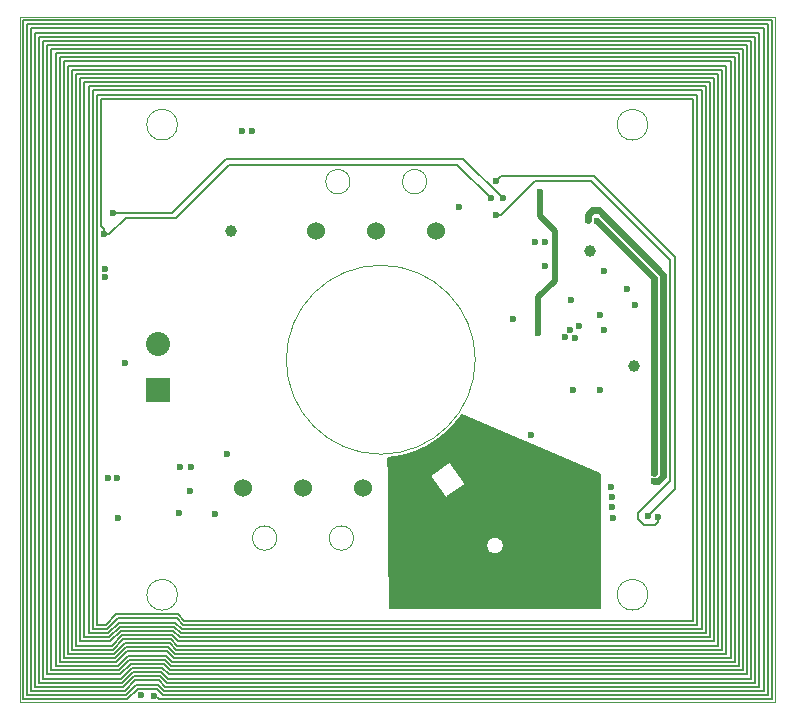
<source format=gbr>
%TF.GenerationSoftware,KiCad,Pcbnew,(5.1.5)-3*%
%TF.CreationDate,2020-08-29T16:52:29-07:00*%
%TF.ProjectId,ypanel,7970616e-656c-42e6-9b69-6361645f7063,rev?*%
%TF.SameCoordinates,Original*%
%TF.FileFunction,Copper,L5,Inr*%
%TF.FilePolarity,Positive*%
%FSLAX46Y46*%
G04 Gerber Fmt 4.6, Leading zero omitted, Abs format (unit mm)*
G04 Created by KiCad (PCBNEW (5.1.5)-3) date 2020-08-29 16:52:29*
%MOMM*%
%LPD*%
G04 APERTURE LIST*
%ADD10C,0.100000*%
%ADD11C,0.050000*%
%ADD12C,2.032000*%
%ADD13R,2.032000X2.032000*%
%ADD14C,1.000000*%
%ADD15C,1.524000*%
%ADD16C,0.600000*%
%ADD17C,0.500000*%
%ADD18C,0.127000*%
%ADD19C,0.190000*%
%ADD20C,0.320000*%
%ADD21C,0.600000*%
%ADD22C,0.160000*%
G04 APERTURE END LIST*
D10*
X151587000Y-99000001D02*
G75*
G03X151587000Y-99000001I-8000000J0D01*
G01*
X134779564Y-114100000D02*
G75*
G03X134779564Y-114100000I-1029564J0D01*
G01*
X141279564Y-114100000D02*
G75*
G03X141279564Y-114100000I-1029564J0D01*
G01*
X126375000Y-118900000D02*
G75*
G03X126375000Y-118900000I-1300000J0D01*
G01*
X140979564Y-83920436D02*
G75*
G03X140979564Y-83920436I-1029564J0D01*
G01*
X147479564Y-83920436D02*
G75*
G03X147479564Y-83920436I-1029564J0D01*
G01*
X176975000Y-70000000D02*
X176975000Y-128000000D01*
X166200000Y-118900000D02*
G75*
G03X166200000Y-118900000I-1300000J0D01*
G01*
D11*
X126372800Y-79100000D02*
G75*
G03X126372800Y-79100000I-1300000J0D01*
G01*
D10*
X166195000Y-79102480D02*
G75*
G03X166195000Y-79102480I-1300000J0D01*
G01*
X176975000Y-70000000D02*
X113000000Y-70000000D01*
X113000000Y-128000000D02*
X176975000Y-128000000D01*
X113000000Y-70000000D02*
X113000000Y-128000000D01*
D12*
X124764800Y-97691060D03*
D13*
X124764800Y-101546660D03*
D14*
X161267720Y-89773460D03*
X130873500Y-88138000D03*
X165036500Y-99568000D03*
D15*
X142080000Y-109900000D03*
X137000000Y-109900000D03*
X131920000Y-109900000D03*
X148300000Y-88100000D03*
X143200000Y-88100000D03*
X138100000Y-88100000D03*
D16*
X150197820Y-86072980D03*
X159634500Y-96507000D03*
X160350000Y-96150000D03*
X159200000Y-97050000D03*
X160050000Y-97150000D03*
X163220400Y-112369600D03*
X165100000Y-94350000D03*
X121900000Y-99250000D03*
X130558000Y-106991000D03*
X131800000Y-79600000D03*
X132650000Y-79600000D03*
X120200000Y-91300000D03*
X120200000Y-92000000D03*
X120500000Y-109000000D03*
X121250000Y-109000000D03*
X152146000Y-107950000D03*
X145923000Y-109982000D03*
X146939000Y-111252000D03*
X149987000Y-111887000D03*
X150749000Y-113030000D03*
X151765000Y-110744000D03*
X152527000Y-111887000D03*
X152019000Y-109347000D03*
X148590000Y-111760000D03*
X151130000Y-106934000D03*
X149225000Y-113284000D03*
X147447000Y-112903000D03*
X152908000Y-110236000D03*
X153162000Y-108712000D03*
X126492000Y-112014000D03*
X127532575Y-108101584D03*
X162149946Y-95220946D03*
X159829500Y-101536494D03*
X157483120Y-91084100D03*
X163200000Y-111500000D03*
X156301440Y-105384600D03*
X126600000Y-108077020D03*
X157050000Y-84800000D03*
X156876844Y-96740660D03*
X162450000Y-91500000D03*
X154750000Y-95550000D03*
X163200000Y-110650000D03*
X129550000Y-112050000D03*
X127400000Y-110150000D03*
X163100000Y-109750000D03*
X166200000Y-112250000D03*
X153340597Y-83865157D03*
X161100000Y-87150000D03*
X166700000Y-109300000D03*
X166700000Y-108550000D03*
X161870307Y-87229693D03*
X167100000Y-112300000D03*
X153339000Y-86767200D03*
X124400000Y-127450000D03*
X123250000Y-127400000D03*
X121300000Y-112395000D03*
X120142000Y-88392000D03*
X120950000Y-86550000D03*
X152894500Y-85332100D03*
X153897800Y-85332100D03*
X162115500Y-101600000D03*
X162496500Y-96520000D03*
X159670844Y-93971156D03*
X164401500Y-93027500D03*
X156641703Y-89002155D03*
X157504833Y-89002155D03*
D17*
X158300000Y-92300000D02*
X156876844Y-93723156D01*
X156876844Y-93723156D02*
X156876844Y-96740660D01*
X158300000Y-88100000D02*
X158300000Y-92300000D01*
X157050000Y-86850000D02*
X158300000Y-88100000D01*
X157050000Y-84800000D02*
X157050000Y-86850000D01*
D18*
X153340597Y-83865157D02*
X153640596Y-83565158D01*
D19*
X166200000Y-112250000D02*
X168500000Y-109950000D01*
X168500000Y-109950000D02*
X168500000Y-90300000D01*
X168500000Y-90300000D02*
X161650000Y-83450000D01*
X153755754Y-83450000D02*
X153340597Y-83865157D01*
X161650000Y-83450000D02*
X153755754Y-83450000D01*
D20*
X166700000Y-109300000D02*
X166818762Y-109300000D01*
D21*
X161100000Y-87150000D02*
X161100000Y-86725736D01*
X167052000Y-109300000D02*
X166700000Y-109300000D01*
X167478011Y-91809249D02*
X167478011Y-108873989D01*
X162028762Y-86360000D02*
X167478011Y-91809249D01*
X167478011Y-108873989D02*
X167052000Y-109300000D01*
X161465736Y-86360000D02*
X162028762Y-86360000D01*
X161100000Y-86725736D02*
X161465736Y-86360000D01*
D20*
X166700000Y-108534000D02*
X166700000Y-108550000D01*
D21*
X166751000Y-92110386D02*
X161870307Y-87229693D01*
X166700000Y-108550000D02*
X166751000Y-108499000D01*
X166751000Y-108499000D02*
X166751000Y-92110386D01*
D19*
X165400000Y-111944227D02*
X168035010Y-109309225D01*
X165900000Y-113000000D02*
X165400000Y-112500000D01*
X168035010Y-90585010D02*
X161350000Y-83900000D01*
X168035010Y-109309225D02*
X168035010Y-90585010D01*
X166824264Y-113000000D02*
X165900000Y-113000000D01*
X167100000Y-112724264D02*
X166824264Y-113000000D01*
X153782800Y-86767200D02*
X153339000Y-86767200D01*
X156650000Y-83900000D02*
X153782800Y-86767200D01*
X165400000Y-112500000D02*
X165400000Y-111944227D01*
X161350000Y-83900000D02*
X156650000Y-83900000D01*
X167100000Y-112300000D02*
X167100000Y-112724264D01*
X121450000Y-72000000D02*
X121500000Y-72000000D01*
X129550000Y-73050000D02*
X129650000Y-73050000D01*
X119450000Y-73400000D02*
X120100000Y-73400000D01*
X174950000Y-126000000D02*
X125550000Y-126000000D01*
X125000000Y-125450000D02*
X122600000Y-125450000D01*
X125550000Y-126000000D02*
X125000000Y-125450000D01*
X174950000Y-72000000D02*
X174950000Y-126000000D01*
X121450000Y-72000000D02*
X174950000Y-72000000D01*
X125450000Y-126350000D02*
X175300000Y-126350000D01*
X114650000Y-71650000D02*
X114650000Y-126350000D01*
X124900000Y-125800000D02*
X125450000Y-126350000D01*
X114300000Y-71300000D02*
X114300000Y-126700000D01*
X175300000Y-71650000D02*
X114650000Y-71650000D01*
X175650000Y-71300000D02*
X114300000Y-71300000D01*
X114300000Y-126700000D02*
X121800000Y-126700000D01*
X125350000Y-126700000D02*
X175650000Y-126700000D01*
X175300000Y-126350000D02*
X175300000Y-71650000D01*
X121900000Y-127050000D02*
X122800000Y-126150000D01*
X113950000Y-70950000D02*
X113950000Y-127050000D01*
X121800000Y-126700000D02*
X122700000Y-125800000D01*
X176000000Y-70950000D02*
X113950000Y-70950000D01*
X124700000Y-126500000D02*
X125250000Y-127050000D01*
X122800000Y-126150000D02*
X124800000Y-126150000D01*
X122900000Y-126500000D02*
X124700000Y-126500000D01*
X113600000Y-127400000D02*
X122000000Y-127400000D01*
X176000000Y-127050000D02*
X176000000Y-70950000D01*
X176702990Y-127697010D02*
X176702990Y-126802990D01*
X122000000Y-127400000D02*
X122900000Y-126500000D01*
X113600000Y-70600000D02*
X113600000Y-127400000D01*
X176350000Y-70600000D02*
X113600000Y-70600000D01*
X175650000Y-126700000D02*
X175650000Y-71300000D01*
X176350000Y-127400000D02*
X176350000Y-70600000D01*
X124600000Y-126850000D02*
X125150000Y-127400000D01*
X122122010Y-127727990D02*
X123000000Y-126850000D01*
X125250000Y-127050000D02*
X176000000Y-127050000D01*
X122700000Y-125800000D02*
X124900000Y-125800000D01*
X113272010Y-127727990D02*
X122122010Y-127727990D01*
X176702990Y-126802990D02*
X176700000Y-126800000D01*
X123000000Y-126850000D02*
X124600000Y-126850000D01*
X124777990Y-127727990D02*
X176622010Y-127727990D01*
X113272010Y-70272010D02*
X113272010Y-127727990D01*
X176700000Y-126800000D02*
X176700000Y-70272010D01*
X124400000Y-127450000D02*
X124500000Y-127450000D01*
X176622010Y-127727990D02*
X176652990Y-127697010D01*
X124500000Y-127450000D02*
X124777990Y-127727990D01*
X176700000Y-70272010D02*
X113272010Y-70272010D01*
X124800000Y-126150000D02*
X125350000Y-126700000D01*
X125150000Y-127400000D02*
X176350000Y-127400000D01*
X113950000Y-127050000D02*
X121900000Y-127050000D01*
X176652990Y-127697010D02*
X176702990Y-127697010D01*
X121700000Y-126350000D02*
X122600000Y-125450000D01*
X114650000Y-126350000D02*
X121700000Y-126350000D01*
X173550000Y-73400000D02*
X119450000Y-73400000D01*
X173550000Y-124600000D02*
X173550000Y-73400000D01*
X125950000Y-124600000D02*
X173550000Y-124600000D01*
X116050000Y-124950000D02*
X121300000Y-124950000D01*
X121300000Y-124950000D02*
X122200000Y-124050000D01*
X125400000Y-124050000D02*
X125950000Y-124600000D01*
X122200000Y-124050000D02*
X125400000Y-124050000D01*
X116050000Y-73050000D02*
X116050000Y-124950000D01*
X129650000Y-73050000D02*
X116050000Y-73050000D01*
X122500000Y-125100000D02*
X121600000Y-126000000D01*
X125100000Y-125100000D02*
X122500000Y-125100000D01*
X122400000Y-124750000D02*
X121500000Y-125650000D01*
X125200000Y-124750000D02*
X122400000Y-124750000D01*
X125650000Y-125650000D02*
X125100000Y-125100000D01*
X125750000Y-125300000D02*
X125200000Y-124750000D01*
X173900000Y-73050000D02*
X173900000Y-124950000D01*
X174250000Y-125300000D02*
X125750000Y-125300000D01*
X115700000Y-72700000D02*
X174250000Y-72700000D01*
X115700000Y-125300000D02*
X115700000Y-72700000D01*
X121400000Y-125300000D02*
X115700000Y-125300000D01*
X121600000Y-126000000D02*
X115000000Y-126000000D01*
X115350000Y-72350000D02*
X174600000Y-72350000D01*
X174250000Y-72700000D02*
X174250000Y-125300000D01*
X115350000Y-125650000D02*
X115350000Y-72350000D01*
X122300000Y-124400000D02*
X121400000Y-125300000D01*
X125300000Y-124400000D02*
X122300000Y-124400000D01*
X174600000Y-72350000D02*
X174600000Y-125650000D01*
X125850000Y-124950000D02*
X125300000Y-124400000D01*
X173900000Y-124950000D02*
X125850000Y-124950000D01*
X115000000Y-126000000D02*
X115000000Y-72000000D01*
X174600000Y-125650000D02*
X125650000Y-125650000D01*
X121500000Y-125650000D02*
X115350000Y-125650000D01*
X115000000Y-72000000D02*
X121450000Y-72000000D01*
X129650000Y-73050000D02*
X173900000Y-73050000D01*
X120142000Y-87892000D02*
X120142000Y-88392000D01*
X119900000Y-87650000D02*
X120142000Y-87892000D01*
X119900000Y-76900000D02*
X119900000Y-87650000D01*
X126950000Y-121100000D02*
X170050000Y-121100000D01*
X119550000Y-121450000D02*
X120300000Y-121450000D01*
X119550000Y-76550000D02*
X119550000Y-121450000D01*
X170050000Y-121100000D02*
X170050000Y-76900000D01*
X170400000Y-76550000D02*
X119550000Y-76550000D01*
X170400000Y-121450000D02*
X170400000Y-76550000D01*
X119200000Y-76200000D02*
X119200000Y-121800000D01*
X170750000Y-76200000D02*
X119200000Y-76200000D01*
X170750000Y-121800000D02*
X170750000Y-76200000D01*
X120500000Y-122150000D02*
X121400000Y-121250000D01*
X118850000Y-75850000D02*
X118850000Y-122150000D01*
X126400000Y-120550000D02*
X126950000Y-121100000D01*
X171100000Y-75850000D02*
X118850000Y-75850000D01*
X171100000Y-122150000D02*
X171100000Y-75850000D01*
X121500000Y-121600000D02*
X126100000Y-121600000D01*
X126850000Y-121450000D02*
X170400000Y-121450000D01*
X171450000Y-75500000D02*
X118500000Y-75500000D01*
X171450000Y-122500000D02*
X171450000Y-75500000D01*
X126000000Y-121950000D02*
X126550000Y-122500000D01*
X118150000Y-75150000D02*
X118150000Y-122850000D01*
X120800000Y-123200000D02*
X121700000Y-122300000D01*
X126450000Y-122850000D02*
X171800000Y-122850000D01*
X126300000Y-120900000D02*
X126850000Y-121450000D01*
X120600000Y-122500000D02*
X121500000Y-121600000D01*
X117800000Y-74800000D02*
X117800000Y-123200000D01*
X172850000Y-123900000D02*
X172850000Y-74100000D01*
X125900000Y-122300000D02*
X126450000Y-122850000D01*
X126750000Y-121800000D02*
X170750000Y-121800000D01*
X117800000Y-123200000D02*
X120800000Y-123200000D01*
X121700000Y-122300000D02*
X125900000Y-122300000D01*
X120400000Y-121800000D02*
X121300000Y-120900000D01*
X125600000Y-123350000D02*
X126150000Y-123900000D01*
X171800000Y-75150000D02*
X118150000Y-75150000D01*
X126650000Y-122150000D02*
X171100000Y-122150000D01*
X172150000Y-123200000D02*
X172150000Y-74800000D01*
X126550000Y-122500000D02*
X171450000Y-122500000D01*
X117100000Y-74100000D02*
X117100000Y-123900000D01*
X172150000Y-74800000D02*
X117800000Y-74800000D01*
X126350000Y-123200000D02*
X172150000Y-123200000D01*
X121100000Y-124250000D02*
X122000000Y-123350000D01*
X121800000Y-122650000D02*
X125800000Y-122650000D01*
X120900000Y-123550000D02*
X121800000Y-122650000D01*
X117450000Y-123550000D02*
X120900000Y-123550000D01*
X117450000Y-74450000D02*
X117450000Y-123550000D01*
X172500000Y-74450000D02*
X117450000Y-74450000D01*
X121000000Y-123900000D02*
X121900000Y-123000000D01*
X121900000Y-123000000D02*
X125700000Y-123000000D01*
X125500000Y-123700000D02*
X126050000Y-124250000D01*
X117100000Y-123900000D02*
X121000000Y-123900000D01*
X121300000Y-120900000D02*
X126300000Y-120900000D01*
X121600000Y-121950000D02*
X126000000Y-121950000D01*
X126150000Y-123900000D02*
X172850000Y-123900000D01*
X126050000Y-124250000D02*
X173200000Y-124250000D01*
X125700000Y-123000000D02*
X126250000Y-123550000D01*
X118500000Y-75500000D02*
X118500000Y-122500000D01*
X116400000Y-124600000D02*
X121200000Y-124600000D01*
X118500000Y-122500000D02*
X120600000Y-122500000D01*
X122000000Y-123350000D02*
X125600000Y-123350000D01*
X120300000Y-121450000D02*
X121200000Y-120550000D01*
X119200000Y-121800000D02*
X120400000Y-121800000D01*
X121200000Y-124600000D02*
X122100000Y-123700000D01*
X125800000Y-122650000D02*
X126350000Y-123200000D01*
X116750000Y-124250000D02*
X121100000Y-124250000D01*
X172500000Y-123550000D02*
X172500000Y-74450000D01*
X116750000Y-73750000D02*
X116750000Y-124250000D01*
X126250000Y-123550000D02*
X172500000Y-123550000D01*
X118150000Y-122850000D02*
X120700000Y-122850000D01*
X119450000Y-73400000D02*
X116400000Y-73400000D01*
X172850000Y-74100000D02*
X117100000Y-74100000D01*
X126100000Y-121600000D02*
X126650000Y-122150000D01*
X122100000Y-123700000D02*
X125500000Y-123700000D01*
X121200000Y-120550000D02*
X126400000Y-120550000D01*
X120700000Y-122850000D02*
X121600000Y-121950000D01*
X118850000Y-122150000D02*
X120500000Y-122150000D01*
X173200000Y-73750000D02*
X116750000Y-73750000D01*
X121400000Y-121250000D02*
X126200000Y-121250000D01*
X173200000Y-124250000D02*
X173200000Y-73750000D01*
X171800000Y-122850000D02*
X171800000Y-75150000D01*
X170050000Y-76900000D02*
X119900000Y-76900000D01*
X126200000Y-121250000D02*
X126750000Y-121800000D01*
X116400000Y-73400000D02*
X116400000Y-124600000D01*
X120950000Y-86550000D02*
X125950000Y-86550000D01*
X125950000Y-86550000D02*
X130500000Y-82000000D01*
X150565700Y-82000000D02*
X153897800Y-85332100D01*
X130500000Y-82000000D02*
X150565700Y-82000000D01*
X120608000Y-88392000D02*
X120142000Y-88392000D01*
X126250000Y-87000000D02*
X122000000Y-87000000D01*
X122000000Y-87000000D02*
X120608000Y-88392000D01*
X130750000Y-82500000D02*
X126250000Y-87000000D01*
X150062400Y-82500000D02*
X130750000Y-82500000D01*
X152894500Y-85332100D02*
X150062400Y-82500000D01*
D22*
G36*
X162162500Y-108637899D02*
G01*
X162162500Y-119998500D01*
X144351238Y-119998500D01*
X144300317Y-114677116D01*
X152510000Y-114677116D01*
X152510000Y-114822884D01*
X152538437Y-114965850D01*
X152594220Y-115100522D01*
X152675204Y-115221723D01*
X152778277Y-115324796D01*
X152899478Y-115405780D01*
X153034150Y-115461563D01*
X153177116Y-115490000D01*
X153322884Y-115490000D01*
X153465850Y-115461563D01*
X153600522Y-115405780D01*
X153721723Y-115324796D01*
X153824796Y-115221723D01*
X153905780Y-115100522D01*
X153961563Y-114965850D01*
X153990000Y-114822884D01*
X153990000Y-114677116D01*
X153961563Y-114534150D01*
X153905780Y-114399478D01*
X153824796Y-114278277D01*
X153721723Y-114175204D01*
X153600522Y-114094220D01*
X153465850Y-114038437D01*
X153322884Y-114010000D01*
X153177116Y-114010000D01*
X153034150Y-114038437D01*
X152899478Y-114094220D01*
X152778277Y-114175204D01*
X152675204Y-114278277D01*
X152594220Y-114399478D01*
X152538437Y-114534150D01*
X152510000Y-114677116D01*
X144300317Y-114677116D01*
X144244029Y-108795067D01*
X147781040Y-108795067D01*
X147782925Y-108810636D01*
X147787812Y-108825538D01*
X147795512Y-108839200D01*
X149057892Y-110640060D01*
X149068172Y-110652018D01*
X149080525Y-110661681D01*
X149094525Y-110668747D01*
X149109635Y-110672947D01*
X149125274Y-110674118D01*
X149140841Y-110672216D01*
X149155738Y-110667313D01*
X149169392Y-110659598D01*
X150723872Y-109567398D01*
X150735682Y-109557247D01*
X150745362Y-109544908D01*
X150752448Y-109530917D01*
X150756668Y-109515813D01*
X150757861Y-109500176D01*
X150755980Y-109484606D01*
X150751097Y-109469703D01*
X150743401Y-109456038D01*
X149483561Y-107657718D01*
X149473375Y-107645845D01*
X149461041Y-107636159D01*
X149447054Y-107629067D01*
X149431951Y-107624839D01*
X149416315Y-107623639D01*
X149400744Y-107625512D01*
X149385838Y-107630387D01*
X149372170Y-107638076D01*
X147815150Y-108727736D01*
X147803202Y-108737989D01*
X147793526Y-108750331D01*
X147786444Y-108764324D01*
X147782228Y-108779429D01*
X147781040Y-108795067D01*
X144244029Y-108795067D01*
X144229546Y-107281680D01*
X145353418Y-107120091D01*
X146491047Y-106786053D01*
X147569559Y-106293513D01*
X148566997Y-105652499D01*
X149463057Y-104876058D01*
X150239498Y-103979998D01*
X150449290Y-103653554D01*
X162162500Y-108637899D01*
G37*
X162162500Y-108637899D02*
X162162500Y-119998500D01*
X144351238Y-119998500D01*
X144300317Y-114677116D01*
X152510000Y-114677116D01*
X152510000Y-114822884D01*
X152538437Y-114965850D01*
X152594220Y-115100522D01*
X152675204Y-115221723D01*
X152778277Y-115324796D01*
X152899478Y-115405780D01*
X153034150Y-115461563D01*
X153177116Y-115490000D01*
X153322884Y-115490000D01*
X153465850Y-115461563D01*
X153600522Y-115405780D01*
X153721723Y-115324796D01*
X153824796Y-115221723D01*
X153905780Y-115100522D01*
X153961563Y-114965850D01*
X153990000Y-114822884D01*
X153990000Y-114677116D01*
X153961563Y-114534150D01*
X153905780Y-114399478D01*
X153824796Y-114278277D01*
X153721723Y-114175204D01*
X153600522Y-114094220D01*
X153465850Y-114038437D01*
X153322884Y-114010000D01*
X153177116Y-114010000D01*
X153034150Y-114038437D01*
X152899478Y-114094220D01*
X152778277Y-114175204D01*
X152675204Y-114278277D01*
X152594220Y-114399478D01*
X152538437Y-114534150D01*
X152510000Y-114677116D01*
X144300317Y-114677116D01*
X144244029Y-108795067D01*
X147781040Y-108795067D01*
X147782925Y-108810636D01*
X147787812Y-108825538D01*
X147795512Y-108839200D01*
X149057892Y-110640060D01*
X149068172Y-110652018D01*
X149080525Y-110661681D01*
X149094525Y-110668747D01*
X149109635Y-110672947D01*
X149125274Y-110674118D01*
X149140841Y-110672216D01*
X149155738Y-110667313D01*
X149169392Y-110659598D01*
X150723872Y-109567398D01*
X150735682Y-109557247D01*
X150745362Y-109544908D01*
X150752448Y-109530917D01*
X150756668Y-109515813D01*
X150757861Y-109500176D01*
X150755980Y-109484606D01*
X150751097Y-109469703D01*
X150743401Y-109456038D01*
X149483561Y-107657718D01*
X149473375Y-107645845D01*
X149461041Y-107636159D01*
X149447054Y-107629067D01*
X149431951Y-107624839D01*
X149416315Y-107623639D01*
X149400744Y-107625512D01*
X149385838Y-107630387D01*
X149372170Y-107638076D01*
X147815150Y-108727736D01*
X147803202Y-108737989D01*
X147793526Y-108750331D01*
X147786444Y-108764324D01*
X147782228Y-108779429D01*
X147781040Y-108795067D01*
X144244029Y-108795067D01*
X144229546Y-107281680D01*
X145353418Y-107120091D01*
X146491047Y-106786053D01*
X147569559Y-106293513D01*
X148566997Y-105652499D01*
X149463057Y-104876058D01*
X150239498Y-103979998D01*
X150449290Y-103653554D01*
X162162500Y-108637899D01*
M02*

</source>
